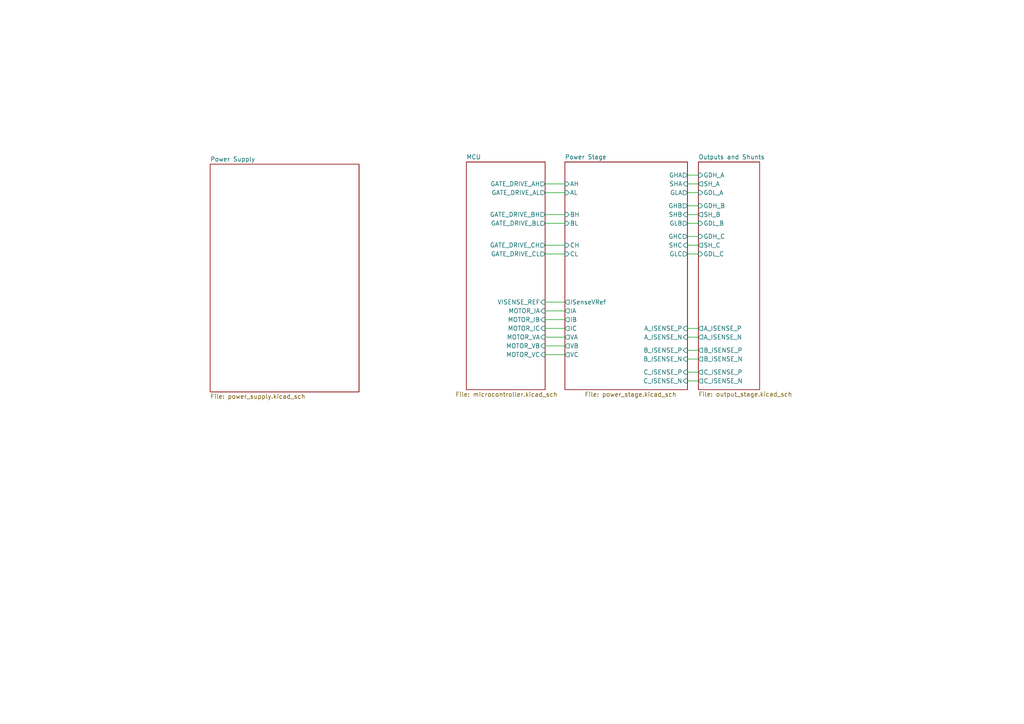
<source format=kicad_sch>
(kicad_sch (version 20230121) (generator eeschema)
  (paper "A4")
  (lib_symbols)
  (wire (pts (xy 158.115 102.87) (xy 163.83 102.87)))
  (wire (pts (xy 158.115 87.63) (xy 163.83 87.63)))
  (wire (pts (xy 158.115 95.25) (xy 163.83 95.25)))
  (wire (pts (xy 199.39 110.49) (xy 202.565 110.49)))
  (wire (pts (xy 199.39 101.6) (xy 202.565 101.6)))
  (wire (pts (xy 158.115 62.23) (xy 163.83 62.23)))
  (wire (pts (xy 199.39 73.66) (xy 202.565 73.66)))
  (wire (pts (xy 158.115 92.71) (xy 163.83 92.71)))
  (wire (pts (xy 158.115 71.12) (xy 163.83 71.12)))
  (wire (pts (xy 199.39 97.79) (xy 202.565 97.79)))
  (wire (pts (xy 158.115 73.66) (xy 163.83 73.66)))
  (wire (pts (xy 199.39 62.23) (xy 202.565 62.23)))
  (wire (pts (xy 158.115 53.34) (xy 163.83 53.34)))
  (wire (pts (xy 158.115 55.88) (xy 163.83 55.88)))
  (wire (pts (xy 199.39 59.69) (xy 202.565 59.69)))
  (wire (pts (xy 158.115 100.33) (xy 163.83 100.33)))
  (wire (pts (xy 199.39 71.12) (xy 202.565 71.12)))
  (wire (pts (xy 158.115 97.79) (xy 163.83 97.79)))
  (wire (pts (xy 199.39 107.95) (xy 202.565 107.95)))
  (wire (pts (xy 199.39 104.14) (xy 202.565 104.14)))
  (wire (pts (xy 199.39 64.77) (xy 202.565 64.77)))
  (wire (pts (xy 199.39 55.88) (xy 202.565 55.88)))
  (wire (pts (xy 199.39 53.34) (xy 202.565 53.34)))
  (wire (pts (xy 199.39 95.25) (xy 202.565 95.25)))
  (wire (pts (xy 199.39 68.58) (xy 202.565 68.58)))
  (wire (pts (xy 199.39 50.8) (xy 202.565 50.8)))
  (wire (pts (xy 158.115 64.77) (xy 163.83 64.77)))
  (wire (pts (xy 158.115 90.17) (xy 163.83 90.17)))
  (sheet (at 202.565 46.99) (size 17.78 66.04) (stroke (width 0.1524))
    (property "Sheetname" "Outputs and Shunts" (at 202.565 46.2784 0) (effects (justify left bottom)))
    (property "Sheetfile" "output_stage.kicad_sch" (at 202.565 113.6146 0) (effects (justify left top)))
    (pin "GDH_C" input (at 202.565 68.58 180))
    (pin "SH_C" output (at 202.565 71.12 180))
    (pin "GDL_C" input (at 202.565 73.66 180))
    (pin "GDH_A" input (at 202.565 50.8 180))
    (pin "SH_A" output (at 202.565 53.34 180))
    (pin "A_ISENSE_P" output (at 202.565 95.25 180))
    (pin "GDL_A" input (at 202.565 55.88 180))
    (pin "A_ISENSE_N" output (at 202.565 97.79 180))
    (pin "SH_B" output (at 202.565 62.23 180))
    (pin "GDH_B" input (at 202.565 59.69 180))
    (pin "GDL_B" input (at 202.565 64.77 180))
    (pin "B_ISENSE_P" output (at 202.565 101.6 180))
    (pin "B_ISENSE_N" output (at 202.565 104.14 180))
    (pin "C_ISENSE_P" output (at 202.565 107.95 180))
    (pin "C_ISENSE_N" output (at 202.565 110.49 180))
  )
  (sheet (at 163.83 46.99) (size 35.56 66.04) (stroke (width 0.1524))
    (property "Sheetname" "Power Stage" (at 163.83 46.2784 0) (effects (justify left bottom)))
    (property "Sheetfile" "power_stage.kicad_sch" (at 169.545 113.665 0) (effects (justify left top)))
    (pin "GHA" output (at 199.39 50.8 0))
    (pin "GLA" output (at 199.39 55.88 0))
    (pin "SHA" input (at 199.39 53.34 0))
    (pin "A_ISENSE_N" input (at 199.39 97.79 0))
    (pin "B_ISENSE_P" input (at 199.39 101.6 0))
    (pin "B_ISENSE_N" input (at 199.39 104.14 0))
    (pin "A_ISENSE_P" input (at 199.39 95.25 0))
    (pin "GHB" output (at 199.39 59.69 0))
    (pin "GLB" output (at 199.39 64.77 0))
    (pin "SHB" input (at 199.39 62.23 0))
    (pin "GHC" output (at 199.39 68.58 0))
    (pin "GLC" output (at 199.39 73.66 0))
    (pin "SHC" input (at 199.39 71.12 0))
    (pin "AL" input (at 163.83 55.88 180))
    (pin "AH" input (at 163.83 53.34 180))
    (pin "BH" input (at 163.83 62.23 180))
    (pin "BL" input (at 163.83 64.77 180))
    (pin "CH" input (at 163.83 71.12 180))
    (pin "CL" input (at 163.83 73.66 180))
    (pin "IA" output (at 163.83 90.17 180))
    (pin "IB" output (at 163.83 92.71 180))
    (pin "VA" output (at 163.83 97.79 180))
    (pin "VC" output (at 163.83 102.87 180))
    (pin "VB" output (at 163.83 100.33 180))
    (pin "ISenseVRef" output (at 163.83 87.63 180))
    (pin "IC" output (at 163.83 95.25 180))
    (pin "C_ISENSE_P" input (at 199.39 107.95 0))
    (pin "C_ISENSE_N" input (at 199.39 110.49 0))
  )
  (sheet (at 60.96 47.625) (size 43.18 66.04) (stroke (width 0.1524))
    (property "Sheetname" "Power Supply" (at 60.96 46.9134 0) (effects (justify left bottom)))
    (property "Sheetfile" "power_supply.kicad_sch" (at 60.96 114.2496 0) (effects (justify left top)))
  )
  (sheet (at 135.255 46.99) (size 22.86 66.04) (stroke (width 0.1524))
    (property "Sheetname" "MCU" (at 135.255 46.2784 0) (effects (justify left bottom)))
    (property "Sheetfile" "microcontroller.kicad_sch" (at 132.08 113.665 0) (effects (justify left top)))
    (pin "GATE_DRIVE_AH" output (at 158.115 53.34 0))
    (pin "GATE_DRIVE_AL" output (at 158.115 55.88 0))
    (pin "GATE_DRIVE_BH" output (at 158.115 62.23 0))
    (pin "GATE_DRIVE_BL" output (at 158.115 64.77 0))
    (pin "GATE_DRIVE_CH" output (at 158.115 71.12 0))
    (pin "GATE_DRIVE_CL" output (at 158.115 73.66 0))
    (pin "MOTOR_IA" input (at 158.115 90.17 0))
    (pin "MOTOR_IB" input (at 158.115 92.71 0))
    (pin "MOTOR_VC" input (at 158.115 102.87 0))
    (pin "MOTOR_VB" input (at 158.115 100.33 0))
    (pin "MOTOR_VA" input (at 158.115 97.79 0))
    (pin "MOTOR_IC" input (at 158.115 95.25 0))
    (pin "VISENSE_REF" input (at 158.115 87.63 0))
  )
)
</source>
